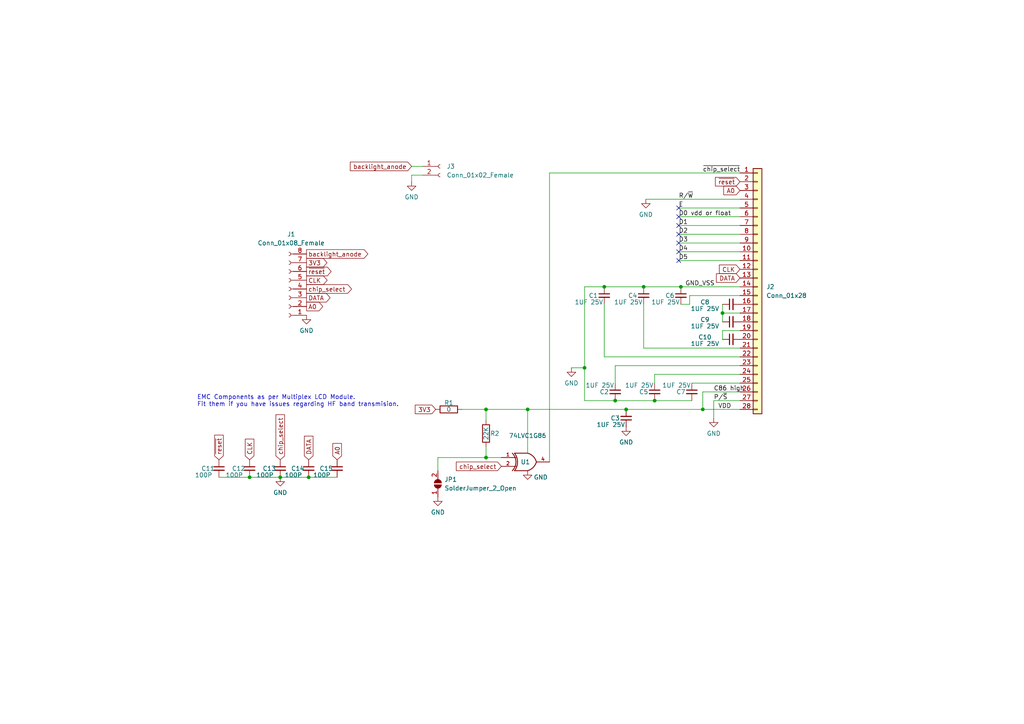
<source format=kicad_sch>
(kicad_sch (version 20211123) (generator eeschema)
  (paper "A4")
  (lib_symbols
    (symbol "74xGxx:74LVC1G86" (pin_names (offset 1.016))
      (property "Reference" "U" (at -2.54 3.81 0))
      (property "Value" "74LVC1G86" (at 0 -3.81 0))
      (symbol "74LVC1G86_0_1"
        (arc (start -4.445 -2.54) (mid -3.3929 0) (end -4.445 2.54) (stroke (width 0.254)))
        (arc (start -3.81 -2.54) (mid -2.919 0) (end -3.81 2.54) (stroke (width 0.254)))
        (arc (start 0 -2.54) (mid 1.5993 -1.6027) (end 2.54 0) (stroke (width 0.254)))
        (polyline (pts (xy -3.81 -1.27) (xy -3.175 -1.27)))
        (polyline (pts (xy -3.81 1.27) (xy -3.175 1.27)))
        (polyline (pts (xy 0 -2.54) (xy -3.81 -2.54)) (stroke (width 0.254)) (fill (type background)))
        (polyline (pts (xy 0 2.54) (xy -3.81 2.54)) (stroke (width 0.254)) (fill (type background)))
        (arc (start 2.54 0) (mid 1.6119 1.6152) (end 0 2.54) (stroke (width 0.254)))
      )
      (symbol "74LVC1G86_1_1"
        (pin input line (at -7.62 1.27 0) (length 3.81) (name "~") (number "1"))
        (pin input line (at -7.62 -1.27 0) (length 3.81) (name "~") (number "2"))
        (pin power_in line (at 0 -2.54 270) (length 0) hide (name "GND") (number "3"))
        (pin output line (at 6.35 0 180) (length 3.81) (name "~") (number "4"))
        (pin power_in line (at 0 2.54 90) (length 0) hide (name "VCC") (number "5"))
      )
    )
    (symbol "Connector:Conn_01x02_Female" (pin_names (offset 1.016) hide)
      (property "Reference" "J" (at 0 2.54 0))
      (property "Value" "Conn_01x02_Female" (at 0 -5.08 0))
      (symbol "Conn_01x02_Female_1_1"
        (arc (start 0 -2.032) (mid -0.508 -2.54) (end 0 -3.048) (stroke (width 0.1524)))
        (polyline (pts (xy -1.27 -2.54) (xy -0.508 -2.54)) (stroke (width 0.1524)))
        (polyline (pts (xy -1.27 0) (xy -0.508 0)) (stroke (width 0.1524)))
        (arc (start 0 0.508) (mid -0.508 0) (end 0 -0.508) (stroke (width 0.1524)))
        (pin passive line (at -5.08 0 0) (length 3.81) (name "Pin_1") (number "1"))
        (pin passive line (at -5.08 -2.54 0) (length 3.81) (name "Pin_2") (number "2"))
      )
    )
    (symbol "Connector:Conn_01x08_Female" (pin_names (offset 1.016) hide)
      (property "Reference" "J" (at 0 10.16 0))
      (property "Value" "Conn_01x08_Female" (at 0 -12.7 0))
      (symbol "Conn_01x08_Female_1_1"
        (arc (start 0 -9.652) (mid -0.508 -10.16) (end 0 -10.668) (stroke (width 0.1524)))
        (arc (start 0 -7.112) (mid -0.508 -7.62) (end 0 -8.128) (stroke (width 0.1524)))
        (arc (start 0 -4.572) (mid -0.508 -5.08) (end 0 -5.588) (stroke (width 0.1524)))
        (arc (start 0 -2.032) (mid -0.508 -2.54) (end 0 -3.048) (stroke (width 0.1524)))
        (polyline (pts (xy -1.27 -10.16) (xy -0.508 -10.16)) (stroke (width 0.1524)))
        (polyline (pts (xy -1.27 -7.62) (xy -0.508 -7.62)) (stroke (width 0.1524)))
        (polyline (pts (xy -1.27 -5.08) (xy -0.508 -5.08)) (stroke (width 0.1524)))
        (polyline (pts (xy -1.27 -2.54) (xy -0.508 -2.54)) (stroke (width 0.1524)))
        (polyline (pts (xy -1.27 0) (xy -0.508 0)) (stroke (width 0.1524)))
        (polyline (pts (xy -1.27 2.54) (xy -0.508 2.54)) (stroke (width 0.1524)))
        (polyline (pts (xy -1.27 5.08) (xy -0.508 5.08)) (stroke (width 0.1524)))
        (polyline (pts (xy -1.27 7.62) (xy -0.508 7.62)) (stroke (width 0.1524)))
        (arc (start 0 0.508) (mid -0.508 0) (end 0 -0.508) (stroke (width 0.1524)))
        (arc (start 0 3.048) (mid -0.508 2.54) (end 0 2.032) (stroke (width 0.1524)))
        (arc (start 0 5.588) (mid -0.508 5.08) (end 0 4.572) (stroke (width 0.1524)))
        (arc (start 0 8.128) (mid -0.508 7.62) (end 0 7.112) (stroke (width 0.1524)))
        (pin passive line (at -5.08 7.62 0) (length 3.81) (name "Pin_1") (number "1"))
        (pin passive line (at -5.08 5.08 0) (length 3.81) (name "Pin_2") (number "2"))
        (pin passive line (at -5.08 2.54 0) (length 3.81) (name "Pin_3") (number "3"))
        (pin passive line (at -5.08 0 0) (length 3.81) (name "Pin_4") (number "4"))
        (pin passive line (at -5.08 -2.54 0) (length 3.81) (name "Pin_5") (number "5"))
        (pin passive line (at -5.08 -5.08 0) (length 3.81) (name "Pin_6") (number "6"))
        (pin passive line (at -5.08 -7.62 0) (length 3.81) (name "Pin_7") (number "7"))
        (pin passive line (at -5.08 -10.16 0) (length 3.81) (name "Pin_8") (number "8"))
      )
    )
    (symbol "Connector_Generic:Conn_01x28" (pin_names (offset 1.016) hide)
      (property "Reference" "J" (at 0 35.56 0))
      (property "Value" "Conn_01x28" (at 0 -38.1 0))
      (symbol "Conn_01x28_1_1"
        (rectangle (start -1.27 -35.433) (end 0 -35.687) (stroke (width 0.1524)))
        (rectangle (start -1.27 -32.893) (end 0 -33.147) (stroke (width 0.1524)))
        (rectangle (start -1.27 -30.353) (end 0 -30.607) (stroke (width 0.1524)))
        (rectangle (start -1.27 -27.813) (end 0 -28.067) (stroke (width 0.1524)))
        (rectangle (start -1.27 -25.273) (end 0 -25.527) (stroke (width 0.1524)))
        (rectangle (start -1.27 -22.733) (end 0 -22.987) (stroke (width 0.1524)))
        (rectangle (start -1.27 -20.193) (end 0 -20.447) (stroke (width 0.1524)))
        (rectangle (start -1.27 -17.653) (end 0 -17.907) (stroke (width 0.1524)))
        (rectangle (start -1.27 -15.113) (end 0 -15.367) (stroke (width 0.1524)))
        (rectangle (start -1.27 -12.573) (end 0 -12.827) (stroke (width 0.1524)))
        (rectangle (start -1.27 -10.033) (end 0 -10.287) (stroke (width 0.1524)))
        (rectangle (start -1.27 -7.493) (end 0 -7.747) (stroke (width 0.1524)))
        (rectangle (start -1.27 -4.953) (end 0 -5.207) (stroke (width 0.1524)))
        (rectangle (start -1.27 -2.413) (end 0 -2.667) (stroke (width 0.1524)))
        (rectangle (start -1.27 0.127) (end 0 -0.127) (stroke (width 0.1524)))
        (rectangle (start -1.27 2.667) (end 0 2.413) (stroke (width 0.1524)))
        (rectangle (start -1.27 5.207) (end 0 4.953) (stroke (width 0.1524)))
        (rectangle (start -1.27 7.747) (end 0 7.493) (stroke (width 0.1524)))
        (rectangle (start -1.27 10.287) (end 0 10.033) (stroke (width 0.1524)))
        (rectangle (start -1.27 12.827) (end 0 12.573) (stroke (width 0.1524)))
        (rectangle (start -1.27 15.367) (end 0 15.113) (stroke (width 0.1524)))
        (rectangle (start -1.27 17.907) (end 0 17.653) (stroke (width 0.1524)))
        (rectangle (start -1.27 20.447) (end 0 20.193) (stroke (width 0.1524)))
        (rectangle (start -1.27 22.987) (end 0 22.733) (stroke (width 0.1524)))
        (rectangle (start -1.27 25.527) (end 0 25.273) (stroke (width 0.1524)))
        (rectangle (start -1.27 28.067) (end 0 27.813) (stroke (width 0.1524)))
        (rectangle (start -1.27 30.607) (end 0 30.353) (stroke (width 0.1524)))
        (rectangle (start -1.27 33.147) (end 0 32.893) (stroke (width 0.1524)))
        (rectangle (start -1.27 34.29) (end 1.27 -36.83) (stroke (width 0.254)) (fill (type background)))
        (pin passive line (at -5.08 33.02 0) (length 3.81) (name "Pin_1") (number "1"))
        (pin passive line (at -5.08 10.16 0) (length 3.81) (name "Pin_10") (number "10"))
        (pin passive line (at -5.08 7.62 0) (length 3.81) (name "Pin_11") (number "11"))
        (pin passive line (at -5.08 5.08 0) (length 3.81) (name "Pin_12") (number "12"))
        (pin passive line (at -5.08 2.54 0) (length 3.81) (name "Pin_13") (number "13"))
        (pin passive line (at -5.08 0 0) (length 3.81) (name "Pin_14") (number "14"))
        (pin passive line (at -5.08 -2.54 0) (length 3.81) (name "Pin_15") (number "15"))
        (pin passive line (at -5.08 -5.08 0) (length 3.81) (name "Pin_16") (number "16"))
        (pin passive line (at -5.08 -7.62 0) (length 3.81) (name "Pin_17") (number "17"))
        (pin passive line (at -5.08 -10.16 0) (length 3.81) (name "Pin_18") (number "18"))
        (pin passive line (at -5.08 -12.7 0) (length 3.81) (name "Pin_19") (number "19"))
        (pin passive line (at -5.08 30.48 0) (length 3.81) (name "Pin_2") (number "2"))
        (pin passive line (at -5.08 -15.24 0) (length 3.81) (name "Pin_20") (number "20"))
        (pin passive line (at -5.08 -17.78 0) (length 3.81) (name "Pin_21") (number "21"))
        (pin passive line (at -5.08 -20.32 0) (length 3.81) (name "Pin_22") (number "22"))
        (pin passive line (at -5.08 -22.86 0) (length 3.81) (name "Pin_23") (number "23"))
        (pin passive line (at -5.08 -25.4 0) (length 3.81) (name "Pin_24") (number "24"))
        (pin passive line (at -5.08 -27.94 0) (length 3.81) (name "Pin_25") (number "25"))
        (pin passive line (at -5.08 -30.48 0) (length 3.81) (name "Pin_26") (number "26"))
        (pin passive line (at -5.08 -33.02 0) (length 3.81) (name "Pin_27") (number "27"))
        (pin passive line (at -5.08 -35.56 0) (length 3.81) (name "Pin_28") (number "28"))
        (pin passive line (at -5.08 27.94 0) (length 3.81) (name "Pin_3") (number "3"))
        (pin passive line (at -5.08 25.4 0) (length 3.81) (name "Pin_4") (number "4"))
        (pin passive line (at -5.08 22.86 0) (length 3.81) (name "Pin_5") (number "5"))
        (pin passive line (at -5.08 20.32 0) (length 3.81) (name "Pin_6") (number "6"))
        (pin passive line (at -5.08 17.78 0) (length 3.81) (name "Pin_7") (number "7"))
        (pin passive line (at -5.08 15.24 0) (length 3.81) (name "Pin_8") (number "8"))
        (pin passive line (at -5.08 12.7 0) (length 3.81) (name "Pin_9") (number "9"))
      )
    )
    (symbol "Device:C_Small" (pin_numbers hide) (pin_names (offset 0.254) hide)
      (property "Reference" "C" (at 0.254 1.778 0))
      (property "Value" "C_Small" (at 0.254 -2.032 0))
      (symbol "C_Small_0_1"
        (polyline (pts (xy -1.524 -0.508) (xy 1.524 -0.508)) (stroke (width 0.3302)))
        (polyline (pts (xy -1.524 0.508) (xy 1.524 0.508)) (stroke (width 0.3048)))
      )
      (symbol "C_Small_1_1"
        (pin passive line (at 0 2.54 270) (length 2.032) (name "~") (number "1"))
        (pin passive line (at 0 -2.54 90) (length 2.032) (name "~") (number "2"))
      )
    )
    (symbol "Device:R" (pin_numbers hide) (pin_names (offset 0))
      (property "Reference" "R" (at 2.032 0 90))
      (property "Value" "R" (at 0 0 90))
      (symbol "R_0_1"
        (rectangle (start -1.016 -2.54) (end 1.016 2.54) (stroke (width 0.254)))
      )
      (symbol "R_1_1"
        (pin passive line (at 0 3.81 270) (length 1.27) (name "~") (number "1"))
        (pin passive line (at 0 -3.81 90) (length 1.27) (name "~") (number "2"))
      )
    )
    (symbol "Jumper:SolderJumper_2_Open" (pin_names (offset 0) hide)
      (property "Reference" "JP" (at 0 2.032 0))
      (property "Value" "SolderJumper_2_Open" (at 0 -2.54 0))
      (symbol "SolderJumper_2_Open_0_1"
        (arc (start -0.254 1.016) (mid -1.27 0) (end -0.254 -1.016))
        (arc (start -0.254 1.016) (mid -1.27 0) (end -0.254 -1.016) (fill (type outline)))
        (polyline (pts (xy -0.254 1.016) (xy -0.254 -1.016)))
        (polyline (pts (xy 0.254 1.016) (xy 0.254 -1.016)))
        (arc (start 0.254 -1.016) (mid 1.27 0) (end 0.254 1.016))
        (arc (start 0.254 -1.016) (mid 1.27 0) (end 0.254 1.016) (fill (type outline)))
      )
      (symbol "SolderJumper_2_Open_1_1"
        (pin passive line (at -3.81 0 0) (length 2.54) (name "A") (number "1"))
        (pin passive line (at 3.81 0 180) (length 2.54) (name "B") (number "2"))
      )
    )
    (symbol "power:GND" (power) (pin_names (offset 0))
      (property "Value" "GND" (at 0 -3.81 0))
      (symbol "GND_0_1"
        (polyline (pts (xy 0 0) (xy 0 -1.27) (xy 1.27 -1.27) (xy 0 -2.54) (xy -1.27 -1.27) (xy 0 -1.27)))
      )
      (symbol "GND_1_1"
        (pin power_in line (at 0 0 270) (length 0) hide (name "GND") (number "1"))
      )
    )
  )
  (junction (at 140.97 118.745))
  (junction (at 197.485 83.185))
  (junction (at 89.535 138.43))
  (junction (at 81.28 138.43))
  (junction (at 140.97 132.715))
  (junction (at 175.26 83.185))
  (junction (at 209.55 90.805))
  (junction (at 189.865 116.205))
  (junction (at 72.39 138.43))
  (junction (at 169.545 106.68))
  (junction (at 181.61 118.745))
  (junction (at 203.835 118.745))
  (junction (at 186.69 83.185))
  (junction (at 178.435 116.205))
  (junction (at 153.035 118.745))
  (no_connect (at 196.85 75.565))
  (no_connect (at 196.85 67.945))
  (no_connect (at 196.85 65.405))
  (no_connect (at 196.85 70.485))
  (no_connect (at 196.85 60.325))
  (no_connect (at 196.85 62.865))
  (no_connect (at 196.85 73.025))
  (wire (pts (xy 175.26 83.185) (xy 186.69 83.185)))
  (wire (pts (xy 187.325 57.785) (xy 214.63 57.785)))
  (wire (pts (xy 178.435 116.205) (xy 189.865 116.205)))
  (wire (pts (xy 119.38 48.26) (xy 122.555 48.26)))
  (wire (pts (xy 189.865 116.205) (xy 200.66 116.205)))
  (wire (pts (xy 169.545 106.68) (xy 169.545 116.205)))
  (wire (pts (xy 200.66 111.125) (xy 214.63 111.125)))
  (wire (pts (xy 200.025 85.725) (xy 214.63 85.725)))
  (wire (pts (xy 196.85 67.945) (xy 214.63 67.945)))
  (wire (pts (xy 175.26 88.265) (xy 175.26 103.505)))
  (wire (pts (xy 196.85 62.865) (xy 214.63 62.865)))
  (wire (pts (xy 209.55 88.265) (xy 209.55 90.805)))
  (wire (pts (xy 196.85 60.325) (xy 214.63 60.325)))
  (wire (pts (xy 140.97 132.715) (xy 145.415 132.715)))
  (wire (pts (xy 209.55 95.885) (xy 209.55 98.425)))
  (wire (pts (xy 140.97 118.745) (xy 153.035 118.745)))
  (wire (pts (xy 181.61 118.745) (xy 203.835 118.745)))
  (wire (pts (xy 207.01 116.205) (xy 207.01 121.285)))
  (wire (pts (xy 189.865 108.585) (xy 189.865 111.125)))
  (wire (pts (xy 165.735 106.68) (xy 169.545 106.68)))
  (wire (pts (xy 189.865 108.585) (xy 214.63 108.585)))
  (wire (pts (xy 140.97 118.745) (xy 140.97 121.92)))
  (wire (pts (xy 127 136.525) (xy 127 132.715)))
  (wire (pts (xy 178.435 111.125) (xy 178.435 106.045)))
  (wire (pts (xy 197.485 83.185) (xy 214.63 83.185)))
  (wire (pts (xy 207.01 116.205) (xy 214.63 116.205)))
  (wire (pts (xy 203.835 113.665) (xy 203.835 118.745)))
  (wire (pts (xy 89.535 138.43) (xy 97.79 138.43)))
  (wire (pts (xy 178.435 106.045) (xy 214.63 106.045)))
  (wire (pts (xy 175.26 103.505) (xy 214.63 103.505)))
  (wire (pts (xy 169.545 83.185) (xy 169.545 106.68)))
  (wire (pts (xy 196.85 65.405) (xy 214.63 65.405)))
  (wire (pts (xy 197.485 88.265) (xy 200.025 88.265)))
  (wire (pts (xy 169.545 83.185) (xy 175.26 83.185)))
  (wire (pts (xy 196.85 70.485) (xy 214.63 70.485)))
  (wire (pts (xy 127 132.715) (xy 140.97 132.715)))
  (wire (pts (xy 63.5 138.43) (xy 72.39 138.43)))
  (wire (pts (xy 203.835 118.745) (xy 214.63 118.745)))
  (wire (pts (xy 153.035 118.745) (xy 181.61 118.745)))
  (wire (pts (xy 186.69 100.965) (xy 214.63 100.965)))
  (wire (pts (xy 122.555 50.8) (xy 119.38 50.8)))
  (wire (pts (xy 140.97 129.54) (xy 140.97 132.715)))
  (wire (pts (xy 214.63 95.885) (xy 209.55 95.885)))
  (wire (pts (xy 196.85 75.565) (xy 214.63 75.565)))
  (wire (pts (xy 209.55 93.345) (xy 209.55 90.805)))
  (wire (pts (xy 186.69 83.185) (xy 197.485 83.185)))
  (wire (pts (xy 133.985 118.745) (xy 140.97 118.745)))
  (wire (pts (xy 209.55 90.805) (xy 214.63 90.805)))
  (wire (pts (xy 200.025 88.265) (xy 200.025 85.725)))
  (wire (pts (xy 169.545 116.205) (xy 178.435 116.205)))
  (wire (pts (xy 81.28 138.43) (xy 89.535 138.43)))
  (wire (pts (xy 153.035 118.745) (xy 153.035 131.445)))
  (wire (pts (xy 72.39 138.43) (xy 81.28 138.43)))
  (wire (pts (xy 159.385 50.165) (xy 214.63 50.165)))
  (wire (pts (xy 186.69 88.265) (xy 186.69 100.965)))
  (wire (pts (xy 203.835 113.665) (xy 214.63 113.665)))
  (wire (pts (xy 196.85 73.025) (xy 214.63 73.025)))
  (wire (pts (xy 119.38 50.8) (xy 119.38 52.705)))
  (wire (pts (xy 159.385 50.165) (xy 159.385 133.985)))
  (text "EMC Components as per Multiplex LCD Module.\nFit them if you have issues regarding HF band transmision." (at 57.15 118.11 0) (effects (font (size 1.27 1.27)) (justify left bottom)))
  (label "D1" (at 196.85 65.405 0))
  (label "GND_VSS" (at 198.755 83.185 0))
  (label "E" (at 196.85 60.325 0))
  (label "D2" (at 196.85 67.945 0))
  (label "P{slash}~{S}" (at 207.01 116.205 0))
  (label "~{chip_select}" (at 203.835 50.165 0))
  (label "D0 vdd or float" (at 196.85 62.865 0))
  (label "D3" (at 196.85 70.485 0))
  (label "R{slash}~{W}" (at 196.85 57.785 0))
  (label "C86 high" (at 207.01 113.665 0))
  (label "D5" (at 196.85 75.565 0))
  (label "D4" (at 196.85 73.025 0))
  (label "VDD" (at 208.28 118.745 0))
  (global_label "A0" (shape input) (at 214.63 55.245 180) (property "Intersheet References" "${INTERSHEET_REFS}" (effects hide)))
  (global_label "~{reset}" (shape input) (at 63.5 133.35 90) (property "Intersheet References" "${INTERSHEET_REFS}" (effects hide)))
  (global_label "chip_select" (shape input) (at 145.415 135.255 180) (property "Intersheet References" "${INTERSHEET_REFS}" (effects hide)))
  (global_label "A0" (shape input) (at 97.79 133.35 90) (property "Intersheet References" "${INTERSHEET_REFS}" (effects hide)))
  (global_label "CLK" (shape input) (at 72.39 133.35 90) (property "Intersheet References" "${INTERSHEET_REFS}" (effects hide)))
  (global_label "CLK" (shape output) (at 88.9 81.28 0) (property "Intersheet References" "${INTERSHEET_REFS}" (effects hide)))
  (global_label "backlight_anode" (shape output) (at 88.9 73.66 0) (property "Intersheet References" "${INTERSHEET_REFS}" (effects hide)))
  (global_label "backlight_anode" (shape input) (at 119.38 48.26 180) (property "Intersheet References" "${INTERSHEET_REFS}" (effects hide)))
  (global_label "~{reset}" (shape output) (at 88.9 78.74 0) (property "Intersheet References" "${INTERSHEET_REFS}" (effects hide)))
  (global_label "DATA" (shape input) (at 89.535 133.35 90) (property "Intersheet References" "${INTERSHEET_REFS}" (effects hide)))
  (global_label "3V3" (shape output) (at 88.9 76.2 0) (property "Intersheet References" "${INTERSHEET_REFS}" (effects hide)))
  (global_label "DATA" (shape input) (at 214.63 80.645 180) (property "Intersheet References" "${INTERSHEET_REFS}" (effects hide)))
  (global_label "~{reset}" (shape input) (at 214.63 52.705 180) (property "Intersheet References" "${INTERSHEET_REFS}" (effects hide)))
  (global_label "A0" (shape output) (at 88.9 88.9 0) (property "Intersheet References" "${INTERSHEET_REFS}" (effects hide)))
  (global_label "chip_select" (shape input) (at 81.28 133.35 90) (property "Intersheet References" "${INTERSHEET_REFS}" (effects hide)))
  (global_label "chip_select" (shape output) (at 88.9 83.82 0) (property "Intersheet References" "${INTERSHEET_REFS}" (effects hide)))
  (global_label "3V3" (shape input) (at 126.365 118.745 180) (property "Intersheet References" "${INTERSHEET_REFS}" (effects hide)))
  (global_label "CLK" (shape input) (at 214.63 78.105 180) (property "Intersheet References" "${INTERSHEET_REFS}" (effects hide)))
  (global_label "DATA" (shape output) (at 88.9 86.36 0) (property "Intersheet References" "${INTERSHEET_REFS}" (effects hide)))
  (symbol (lib_id "Device:R") (at 130.175 118.745 90) (unit 1)
    (property "Reference" "R1" (at 130.175 116.84 90))
    (property "Value" "0" (at 130.175 118.745 90))
    (property "Footprint" "PROJECT_SPECIFIC:R_SM_0805_2012Metric" (effects hide))
  )
  (symbol (lib_id "power:GND") (at 207.01 121.285 0) (unit 1)
    (property "Reference" "#PWR0101" (effects hide))
    (property "Value" "GND" (at 207.01 125.73 0))
  )
  (symbol (lib_id "Device:C_Small") (at 181.61 121.285 180) (unit 1)
    (property "Reference" "C3" (at 178.435 121.285 0))
    (property "Value" "1UF 25V" (at 177.165 123.19 0))
    (property "Footprint" "PROJECT_SPECIFIC:C_SM_0805_2012Metric" (effects hide))
  )
  (symbol (lib_id "power:GND") (at 165.735 106.68 0) (unit 1)
    (property "Reference" "#PWR0106" (effects hide))
    (property "Value" "GND" (at 165.735 111.125 0))
  )
  (symbol (lib_id "Device:C_Small") (at 63.5 135.89 0) (unit 1)
    (property "Reference" "C11" (at 60.325 135.89 0))
    (property "Value" "100P" (at 59.055 137.795 0))
    (property "Footprint" "PROJECT_SPECIFIC:C_0603_1608Metric_Pad1.0x1.1mm_HandSolder" (effects hide))
  )
  (symbol (lib_id "Connector:Conn_01x08_Female") (at 83.82 83.82 180) (unit 1)
    (property "Reference" "J1" (at 84.455 67.945 0))
    (property "Value" "Conn_01x08_Female" (at 84.455 70.485 0))
    (property "Footprint" "PROJECT_SPECIFIC:solder_pads_8x4mmx0.5mm_p1.0mm" (effects hide))
  )
  (symbol (lib_id "Device:C_Small") (at 189.865 113.665 0) (unit 1)
    (property "Reference" "C5" (at 186.69 113.665 0))
    (property "Value" "1UF 25V" (at 185.42 111.76 0))
    (property "Footprint" "PROJECT_SPECIFIC:C_SM_0805_2012Metric" (effects hide))
  )
  (symbol (lib_id "Connector_Generic:Conn_01x28") (at 219.71 83.185 0) (unit 1)
    (property "Reference" "J2" (at 222.25 83.1849 0) (effects (justify left)))
    (property "Value" "Conn_01x28" (at 222.25 85.7249 0) (effects (justify left)))
    (property "Footprint" "PROJECT_SPECIFIC:CON_5051102891_MOL" (effects hide))
  )
  (symbol (lib_id "Device:C_Small") (at 212.09 88.265 90) (unit 1)
    (property "Reference" "C8" (at 204.47 87.63 90))
    (property "Value" "1UF 25V" (at 204.47 89.535 90))
    (property "Footprint" "PROJECT_SPECIFIC:C_SM_0805_2012Metric" (effects hide))
  )
  (symbol (lib_id "Device:C_Small") (at 175.26 85.725 0) (unit 1)
    (property "Reference" "C1" (at 172.085 85.725 0))
    (property "Value" "1UF 25V" (at 170.815 87.63 0))
    (property "Footprint" "PROJECT_SPECIFIC:C_SM_0805_2012Metric" (effects hide))
  )
  (symbol (lib_id "power:GND") (at 187.325 57.785 0) (unit 1)
    (property "Reference" "#PWR0109" (effects hide))
    (property "Value" "GND" (at 187.325 62.23 0))
  )
  (symbol (lib_id "Device:C_Small") (at 200.66 113.665 0) (unit 1)
    (property "Reference" "C7" (at 197.485 113.665 0))
    (property "Value" "1UF 25V" (at 196.215 111.76 0))
    (property "Footprint" "PROJECT_SPECIFIC:C_SM_0805_2012Metric" (effects hide))
  )
  (symbol (lib_id "Jumper:SolderJumper_2_Open") (at 127 140.335 90) (unit 1)
    (property "Reference" "JP1" (at 128.905 139.0649 90) (effects (justify right)))
    (property "Value" "SolderJumper_2_Open" (at 128.905 141.6049 90) (effects (justify right)))
    (property "Footprint" "PROJECT_SPECIFIC:SolderJumper-2_P1.3mm_Open_RoundedPad1.0x1.5mm" (effects hide))
  )
  (symbol (lib_id "power:GND") (at 181.61 123.825 0) (unit 1)
    (property "Reference" "#PWR0104" (effects hide))
    (property "Value" "GND" (at 181.61 128.27 0))
  )
  (symbol (lib_id "power:GND") (at 127 144.145 0) (unit 1)
    (property "Reference" "#PWR0102" (effects hide))
    (property "Value" "GND" (at 127 148.59 0))
  )
  (symbol (lib_id "74xGxx:74LVC1G86") (at 153.035 133.985 0) (unit 1)
    (property "Reference" "U1" (at 152.4 133.985 0))
    (property "Value" "74LVC1G86" (at 153.035 126.365 0))
    (property "Footprint" "PROJECT_SPECIFIC:SOT-23-5" (effects hide))
    (property "Datasheet" "http://www.ti.com/lit/sg/scyt129e/scyt129e.pdf" (effects hide))
  )
  (symbol (lib_id "power:GND") (at 153.035 136.525 0) (unit 1)
    (property "Reference" "#PWR0105" (effects hide))
    (property "Value" "GND" (at 156.845 138.43 0))
  )
  (symbol (lib_id "Device:C_Small") (at 212.09 93.345 90) (unit 1)
    (property "Reference" "C9" (at 204.47 92.71 90))
    (property "Value" "1UF 25V" (at 204.47 94.615 90))
    (property "Footprint" "PROJECT_SPECIFIC:C_SM_0805_2012Metric" (effects hide))
  )
  (symbol (lib_id "Device:C_Small") (at 89.535 135.89 0) (unit 1)
    (property "Reference" "C14" (at 86.36 135.89 0))
    (property "Value" "100P" (at 85.09 137.795 0))
    (property "Footprint" "PROJECT_SPECIFIC:C_0603_1608Metric_Pad1.0x1.1mm_HandSolder" (effects hide))
  )
  (symbol (lib_id "Device:C_Small") (at 178.435 113.665 0) (unit 1)
    (property "Reference" "C2" (at 175.26 113.665 0))
    (property "Value" "1UF 25V" (at 173.99 111.76 0))
    (property "Footprint" "PROJECT_SPECIFIC:C_SM_0805_2012Metric" (effects hide))
  )
  (symbol (lib_id "Device:C_Small") (at 186.69 85.725 0) (unit 1)
    (property "Reference" "C4" (at 183.515 85.725 0))
    (property "Value" "1UF 25V" (at 182.245 87.63 0))
    (property "Footprint" "PROJECT_SPECIFIC:C_SM_0805_2012Metric" (effects hide))
  )
  (symbol (lib_id "power:GND") (at 88.9 91.44 0) (unit 1)
    (property "Reference" "#PWR0103" (effects hide))
    (property "Value" "GND" (at 88.9 95.885 0))
  )
  (symbol (lib_id "power:GND") (at 81.28 138.43 0) (unit 1)
    (property "Reference" "#PWR0108" (effects hide))
    (property "Value" "GND" (at 81.28 142.875 0))
  )
  (symbol (lib_id "power:GND") (at 119.38 52.705 0) (unit 1)
    (property "Reference" "#PWR0107" (effects hide))
    (property "Value" "GND" (at 119.38 57.15 0))
  )
  (symbol (lib_id "Device:C_Small") (at 197.485 85.725 0) (unit 1)
    (property "Reference" "C6" (at 194.31 85.725 0))
    (property "Value" "1UF 25V" (at 193.04 87.63 0))
    (property "Footprint" "PROJECT_SPECIFIC:C_SM_0805_2012Metric" (effects hide))
  )
  (symbol (lib_id "Device:C_Small") (at 212.09 98.425 90) (unit 1)
    (property "Reference" "C10" (at 204.47 97.79 90))
    (property "Value" "1UF 25V" (at 204.47 99.695 90))
    (property "Footprint" "PROJECT_SPECIFIC:C_SM_0805_2012Metric" (effects hide))
  )
  (symbol (lib_id "Device:C_Small") (at 72.39 135.89 0) (unit 1)
    (property "Reference" "C12" (at 69.215 135.89 0))
    (property "Value" "100P" (at 67.945 137.795 0))
    (property "Footprint" "PROJECT_SPECIFIC:C_0603_1608Metric_Pad1.0x1.1mm_HandSolder" (effects hide))
  )
  (symbol (lib_id "Device:R") (at 140.97 125.73 180) (unit 1)
    (property "Reference" "R2" (at 143.51 125.73 0))
    (property "Value" "22K" (at 140.97 125.73 90))
    (property "Footprint" "PROJECT_SPECIFIC:R_SM_0805_2012Metric" (effects hide))
  )
  (symbol (lib_id "Device:C_Small") (at 97.79 135.89 0) (unit 1)
    (property "Reference" "C15" (at 94.615 135.89 0))
    (property "Value" "100P" (at 93.345 137.795 0))
    (property "Footprint" "PROJECT_SPECIFIC:C_0603_1608Metric_Pad1.0x1.1mm_HandSolder" (effects hide))
  )
  (symbol (lib_id "Device:C_Small") (at 81.28 135.89 0) (unit 1)
    (property "Reference" "C13" (at 78.105 135.89 0))
    (property "Value" "100P" (at 76.835 137.795 0))
    (property "Footprint" "PROJECT_SPECIFIC:C_0603_1608Metric_Pad1.0x1.1mm_HandSolder" (effects hide))
  )
  (symbol (lib_id "Connector:Conn_01x02_Female") (at 127.635 48.26 0) (unit 1)
    (property "Reference" "J3" (at 129.54 48.2599 0) (effects (justify left)))
    (property "Value" "Conn_01x02_Female" (at 129.54 50.7999 0) (effects (justify left)))
    (property "Footprint" "PROJECT_SPECIFIC:solder_pads_2x4mmx0.5mm_p1.0mm" (effects hide))
  )
)
</source>
